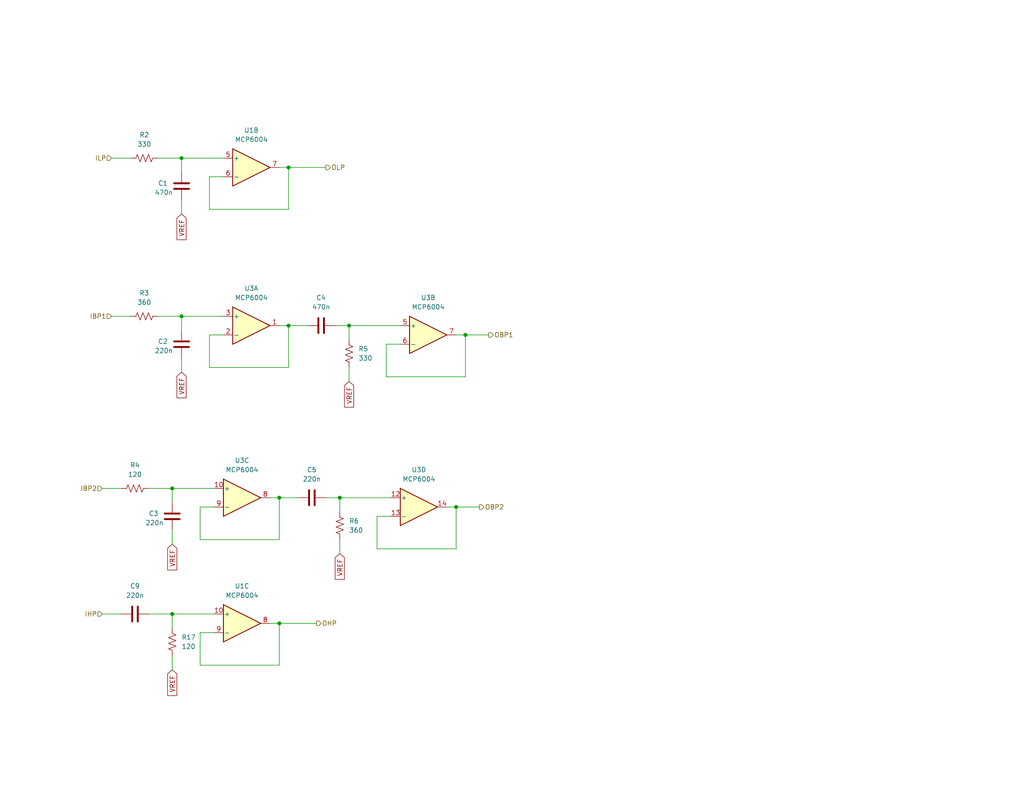
<source format=kicad_sch>
(kicad_sch (version 20250114) (generator "eeschema") (generator_version "9.0")
  (paper "USLetter")
  (title_block (title "EL223FP4L1") (date "2025-05-08") (rev "1") (company "Boles & Walker") (comment 1 "LP, BP1, BP2, HP Filters"))
  (lib_symbols
    (symbol "Amplifier_Operational:MCP6004" (pin_names (offset 0.127))
      (property "Reference" "U" (at 0 5.08 0))
      (property "Value" "MCP6004" (at 0 -5.08 0))
      (symbol "MCP6004_1_1"
        (polyline (pts (xy -5.08 5.08) (xy 5.08 0) (xy -5.08 -5.08) (xy -5.08 5.08)) (stroke (width 0.254)) (fill (type background)))
        (pin input line (at -7.62 2.54 0) (length 2.54) (name "+") (number "3"))
        (pin input line (at -7.62 -2.54 0) (length 2.54) (name "-") (number "2"))
        (pin output line (at 7.62 0 180) (length 2.54) (name "~") (number "1"))
      )
      (symbol "MCP6004_2_1"
        (polyline (pts (xy -5.08 5.08) (xy 5.08 0) (xy -5.08 -5.08) (xy -5.08 5.08)) (stroke (width 0.254)) (fill (type background)))
        (pin input line (at -7.62 2.54 0) (length 2.54) (name "+") (number "5"))
        (pin input line (at -7.62 -2.54 0) (length 2.54) (name "-") (number "6"))
        (pin output line (at 7.62 0 180) (length 2.54) (name "~") (number "7"))
      )
      (symbol "MCP6004_3_1"
        (polyline (pts (xy -5.08 5.08) (xy 5.08 0) (xy -5.08 -5.08) (xy -5.08 5.08)) (stroke (width 0.254)) (fill (type background)))
        (pin input line (at -7.62 2.54 0) (length 2.54) (name "+") (number "10"))
        (pin input line (at -7.62 -2.54 0) (length 2.54) (name "-") (number "9"))
        (pin output line (at 7.62 0 180) (length 2.54) (name "~") (number "8"))
      )
      (symbol "MCP6004_4_1"
        (polyline (pts (xy -5.08 5.08) (xy 5.08 0) (xy -5.08 -5.08) (xy -5.08 5.08)) (stroke (width 0.254)) (fill (type background)))
        (pin input line (at -7.62 2.54 0) (length 2.54) (name "+") (number "12"))
        (pin input line (at -7.62 -2.54 0) (length 2.54) (name "-") (number "13"))
        (pin output line (at 7.62 0 180) (length 2.54) (name "~") (number "14"))
      )
      (symbol "MCP6004_5_1"
        (pin power_in line (at -2.54 7.62 270) (length 3.81) (name "V+") (number "4"))
        (pin power_in line (at -2.54 -7.62 90) (length 3.81) (name "V-") (number "11"))
      )
    )
    (symbol "Device:C" (pin_numbers (hide yes)) (pin_names (offset 0.254))
      (property "Reference" "C" (at 0.635 2.54 0))
      (property "Value" "C" (at 0.635 -2.54 0))
      (symbol "C_0_1"
        (polyline (pts (xy -2.032 0.762) (xy 2.032 0.762)) (stroke (width 0.508)))
        (polyline (pts (xy -2.032 -0.762) (xy 2.032 -0.762)) (stroke (width 0.508)))
      )
      (symbol "C_1_1"
        (pin passive line (at 0 3.81 270) (length 2.794) (name "~") (number "1"))
        (pin passive line (at 0 -3.81 90) (length 2.794) (name "~") (number "2"))
      )
    )
    (symbol "Device:R_US" (pin_numbers (hide yes)) (pin_names (offset 0))
      (property "Reference" "R" (at 2.54 0 90))
      (property "Value" "R_US" (at -2.54 0 90))
      (symbol "R_US_0_1"
        (polyline (pts (xy 0 2.286) (xy 0 2.54)))
        (polyline (pts (xy 0 2.286) (xy 1.016 1.905) (xy 0 1.524) (xy -1.016 1.143) (xy 0 0.762)))
        (polyline (pts (xy 0 0.762) (xy 1.016 0.381) (xy 0 0) (xy -1.016 -0.381) (xy 0 -0.762)))
        (polyline (pts (xy 0 -0.762) (xy 1.016 -1.143) (xy 0 -1.524) (xy -1.016 -1.905) (xy 0 -2.286)))
        (polyline (pts (xy 0 -2.286) (xy 0 -2.54)))
      )
      (symbol "R_US_1_1"
        (pin passive line (at 0 3.81 270) (length 1.27) (name "~") (number "1"))
        (pin passive line (at 0 -3.81 90) (length 1.27) (name "~") (number "2"))
      )
    )
  )
  (junction (at 76.2 135.89))
  (junction (at 49.53 43.18))
  (junction (at 127 91.44))
  (junction (at 92.71 135.89))
  (junction (at 46.99 167.64))
  (junction (at 46.99 133.35))
  (junction (at 76.2 170.18))
  (junction (at 78.74 45.72))
  (junction (at 49.53 86.36))
  (junction (at 124.46 138.43))
  (junction (at 95.25 88.9))
  (junction (at 78.74 88.9))
  (wire (pts (xy 92.71 139.7) (xy 92.71 135.89)))
  (wire (pts (xy 88.9 135.89) (xy 92.71 135.89)))
  (wire (pts (xy 54.61 147.32) (xy 76.2 147.32)))
  (wire (pts (xy 78.74 100.33) (xy 78.74 88.9)))
  (wire (pts (xy 78.74 57.15) (xy 78.74 45.72)))
  (wire (pts (xy 92.71 147.32) (xy 92.71 151.13)))
  (wire (pts (xy 40.64 133.35) (xy 46.99 133.35)))
  (wire (pts (xy 43.18 86.36) (xy 49.53 86.36)))
  (wire (pts (xy 49.53 46.99) (xy 49.53 43.18)))
  (wire (pts (xy 54.61 172.72) (xy 54.61 181.61)))
  (wire (pts (xy 78.74 88.9) (xy 83.82 88.9)))
  (wire (pts (xy 49.53 90.17) (xy 49.53 86.36)))
  (wire (pts (xy 124.46 138.43) (xy 130.81 138.43)))
  (wire (pts (xy 57.15 57.15) (xy 78.74 57.15)))
  (wire (pts (xy 40.64 167.64) (xy 46.99 167.64)))
  (wire (pts (xy 30.48 43.18) (xy 35.56 43.18)))
  (wire (pts (xy 109.22 93.98) (xy 105.41 93.98)))
  (wire (pts (xy 76.2 135.89) (xy 73.66 135.89)))
  (wire (pts (xy 92.71 135.89) (xy 106.68 135.89)))
  (wire (pts (xy 46.99 137.16) (xy 46.99 133.35)))
  (wire (pts (xy 54.61 138.43) (xy 54.61 147.32)))
  (wire (pts (xy 76.2 147.32) (xy 76.2 135.89)))
  (wire (pts (xy 102.87 149.86) (xy 124.46 149.86)))
  (wire (pts (xy 127 91.44) (xy 133.35 91.44)))
  (wire (pts (xy 78.74 88.9) (xy 76.2 88.9)))
  (wire (pts (xy 49.53 97.79) (xy 49.53 101.6)))
  (wire (pts (xy 76.2 135.89) (xy 81.28 135.89)))
  (wire (pts (xy 124.46 138.43) (xy 121.92 138.43)))
  (wire (pts (xy 49.53 86.36) (xy 60.96 86.36)))
  (wire (pts (xy 105.41 102.87) (xy 127 102.87)))
  (wire (pts (xy 27.94 167.64) (xy 33.02 167.64)))
  (wire (pts (xy 57.15 48.26) (xy 57.15 57.15)))
  (wire (pts (xy 57.15 91.44) (xy 57.15 100.33)))
  (wire (pts (xy 78.74 45.72) (xy 76.2 45.72)))
  (wire (pts (xy 127 91.44) (xy 124.46 91.44)))
  (wire (pts (xy 95.25 88.9) (xy 109.22 88.9)))
  (wire (pts (xy 76.2 181.61) (xy 76.2 170.18)))
  (wire (pts (xy 46.99 144.78) (xy 46.99 148.59)))
  (wire (pts (xy 27.94 133.35) (xy 33.02 133.35)))
  (wire (pts (xy 57.15 100.33) (xy 78.74 100.33)))
  (wire (pts (xy 54.61 181.61) (xy 76.2 181.61)))
  (wire (pts (xy 78.74 45.72) (xy 88.9 45.72)))
  (wire (pts (xy 58.42 172.72) (xy 54.61 172.72)))
  (wire (pts (xy 49.53 43.18) (xy 60.96 43.18)))
  (wire (pts (xy 58.42 138.43) (xy 54.61 138.43)))
  (wire (pts (xy 46.99 167.64) (xy 58.42 167.64)))
  (wire (pts (xy 49.53 54.61) (xy 49.53 58.42)))
  (wire (pts (xy 105.41 93.98) (xy 105.41 102.87)))
  (wire (pts (xy 60.96 48.26) (xy 57.15 48.26)))
  (wire (pts (xy 30.48 86.36) (xy 35.56 86.36)))
  (wire (pts (xy 95.25 92.71) (xy 95.25 88.9)))
  (wire (pts (xy 60.96 91.44) (xy 57.15 91.44)))
  (wire (pts (xy 95.25 100.33) (xy 95.25 104.14)))
  (wire (pts (xy 102.87 140.97) (xy 102.87 149.86)))
  (wire (pts (xy 76.2 170.18) (xy 73.66 170.18)))
  (wire (pts (xy 106.68 140.97) (xy 102.87 140.97)))
  (wire (pts (xy 91.44 88.9) (xy 95.25 88.9)))
  (wire (pts (xy 46.99 171.45) (xy 46.99 167.64)))
  (wire (pts (xy 46.99 179.07) (xy 46.99 182.88)))
  (wire (pts (xy 43.18 43.18) (xy 49.53 43.18)))
  (wire (pts (xy 124.46 149.86) (xy 124.46 138.43)))
  (wire (pts (xy 76.2 170.18) (xy 86.36 170.18)))
  (wire (pts (xy 46.99 133.35) (xy 58.42 133.35)))
  (wire (pts (xy 127 102.87) (xy 127 91.44)))
  (global_label "VREF" (shape input) (at 49.53 58.42 270) (property "Intersheetrefs" "${INTERSHEET_REFS}" (effects (hide yes))))
  (global_label "VREF" (shape input) (at 92.71 151.13 270) (property "Intersheetrefs" "${INTERSHEET_REFS}" (effects (hide yes))))
  (global_label "VREF" (shape input) (at 95.25 104.14 270) (property "Intersheetrefs" "${INTERSHEET_REFS}" (effects (hide yes))))
  (global_label "VREF" (shape input) (at 46.99 148.59 270) (property "Intersheetrefs" "${INTERSHEET_REFS}" (effects (hide yes))))
  (global_label "VREF" (shape input) (at 49.53 101.6 270) (property "Intersheetrefs" "${INTERSHEET_REFS}" (effects (hide yes))))
  (global_label "VREF" (shape input) (at 46.99 182.88 270) (property "Intersheetrefs" "${INTERSHEET_REFS}" (effects (hide yes))))
  (hierarchical_label "OHP" (shape output) (at 86.36 170.18 0))
  (hierarchical_label "OLP" (shape output) (at 88.9 45.72 0))
  (hierarchical_label "IHP" (shape input) (at 27.94 167.64 180))
  (hierarchical_label "IBP2" (shape input) (at 27.94 133.35 180))
  (hierarchical_label "ILP" (shape input) (at 30.48 43.18 180))
  (hierarchical_label "OBP2" (shape output) (at 130.81 138.43 0))
  (hierarchical_label "OBP1" (shape output) (at 133.35 91.44 0))
  (hierarchical_label "IBP1" (shape input) (at 30.48 86.36 180))
  (symbol (lib_id "Device:R_US") (at 39.37 43.18 90) (unit 1)
    (property "Reference" "R2" (at 39.37 36.83 90))
    (property "Value" "330" (at 39.37 39.37 90))
    (property "Description" "Resistor, US symbol" (effects (hide yes)))
  )
  (symbol (lib_id "Device:C") (at 87.63 88.9 90) (unit 1)
    (property "Reference" "C4" (at 87.63 81.28 90))
    (property "Value" "470n" (at 87.63 83.82 90))
    (property "Description" "Unpolarized capacitor" (effects (hide yes)))
  )
  (symbol (lib_id "Device:R_US") (at 46.99 175.26 180) (unit 1)
    (property "Reference" "R17" (at 49.53 173.9899 0) (effects (justify right)))
    (property "Value" "120" (at 49.53 176.5299 0) (effects (justify right)))
    (property "Description" "Resistor, US symbol" (effects (hide yes)))
  )
  (symbol (lib_id "Amplifier_Operational:MCP6004") (at 116.84 91.44 0) (unit 2)
    (property "Reference" "U3" (at 116.84 81.28 0))
    (property "Value" "MCP6004" (at 116.84 83.82 0))
    (property "Datasheet" "http://ww1.microchip.com/downloads/en/DeviceDoc/21733j.pdf" (effects (hide yes)))
    (property "Description" "1MHz, Low-Power Op Amp, DIP-14/SOIC-14/TSSOP-14" (effects (hide yes)))
    (property "Sim.Library" "MCP6001.lib" (effects (hide yes)))
    (property "Sim.Name" "MCP6004" (effects (hide yes)))
    (property "Sim.Device" "SUBCKT" (effects (hide yes)))
    (property "Sim.Pins" "1=OUTA 2=A- 3=A+ 4=VDD 5=B+ 6=B- 7=OUTB 8=OUTC 9=C- 10=C+ 11=VSS 12=D+ 13=D- 14=OUTD" (effects (hide yes)))
  )
  (symbol (lib_id "Amplifier_Operational:MCP6004") (at 114.3 138.43 0) (unit 4)
    (property "Reference" "U3" (at 114.3 128.27 0))
    (property "Value" "MCP6004" (at 114.3 130.81 0))
    (property "Datasheet" "http://ww1.microchip.com/downloads/en/DeviceDoc/21733j.pdf" (effects (hide yes)))
    (property "Description" "1MHz, Low-Power Op Amp, DIP-14/SOIC-14/TSSOP-14" (effects (hide yes)))
    (property "Sim.Library" "MCP6001.lib" (effects (hide yes)))
    (property "Sim.Name" "MCP6004" (effects (hide yes)))
    (property "Sim.Device" "SUBCKT" (effects (hide yes)))
    (property "Sim.Pins" "1=OUTA 2=A- 3=A+ 4=VDD 5=B+ 6=B- 7=OUTB 8=OUTC 9=C- 10=C+ 11=VSS 12=D+ 13=D- 14=OUTD" (effects (hide yes)))
  )
  (symbol (lib_id "Device:C") (at 46.99 140.97 180) (unit 1)
    (property "Reference" "C3" (at 41.91 140.208 0))
    (property "Value" "220n" (at 42.164 142.748 0))
    (property "Description" "Unpolarized capacitor" (effects (hide yes)))
  )
  (symbol (lib_id "Amplifier_Operational:MCP6004") (at 66.04 170.18 0) (unit 3)
    (property "Reference" "U1" (at 66.04 160.02 0))
    (property "Value" "MCP6004" (at 66.04 162.56 0))
    (property "Datasheet" "http://ww1.microchip.com/downloads/en/DeviceDoc/21733j.pdf" (effects (hide yes)))
    (property "Description" "1MHz, Low-Power Op Amp, DIP-14/SOIC-14/TSSOP-14" (effects (hide yes)))
    (property "Sim.Library" "MCP6001.lib" (effects (hide yes)))
    (property "Sim.Name" "MCP6004" (effects (hide yes)))
    (property "Sim.Device" "SUBCKT" (effects (hide yes)))
    (property "Sim.Pins" "1=OUTA 2=A- 3=A+ 4=VDD 5=B+ 6=B- 7=OUTB 8=OUTC 9=C- 10=C+ 11=VSS 12=D+ 13=D- 14=OUTD" (effects (hide yes)))
  )
  (symbol (lib_id "Device:C") (at 49.53 50.8 180) (unit 1)
    (property "Reference" "C1" (at 44.45 50.038 0))
    (property "Value" "470n" (at 44.704 52.578 0))
    (property "Description" "Unpolarized capacitor" (effects (hide yes)))
  )
  (symbol (lib_id "Device:R_US") (at 95.25 96.52 180) (unit 1)
    (property "Reference" "R5" (at 97.79 95.2499 0) (effects (justify right)))
    (property "Value" "330" (at 97.79 97.7899 0) (effects (justify right)))
    (property "Description" "Resistor, US symbol" (effects (hide yes)))
  )
  (symbol (lib_id "Device:R_US") (at 39.37 86.36 90) (unit 1)
    (property "Reference" "R3" (at 39.37 80.01 90))
    (property "Value" "360" (at 39.37 82.55 90))
    (property "Description" "Resistor, US symbol" (effects (hide yes)))
  )
  (symbol (lib_id "Amplifier_Operational:MCP6004") (at 68.58 45.72 0) (unit 2)
    (property "Reference" "U1" (at 68.58 35.56 0))
    (property "Value" "MCP6004" (at 68.58 38.1 0))
    (property "Datasheet" "http://ww1.microchip.com/downloads/en/DeviceDoc/21733j.pdf" (effects (hide yes)))
    (property "Description" "1MHz, Low-Power Op Amp, DIP-14/SOIC-14/TSSOP-14" (effects (hide yes)))
    (property "Sim.Library" "MCP6001.lib" (effects (hide yes)))
    (property "Sim.Name" "MCP6004" (effects (hide yes)))
    (property "Sim.Device" "SUBCKT" (effects (hide yes)))
    (property "Sim.Pins" "1=OUTA 2=A- 3=A+ 4=VDD 5=B+ 6=B- 7=OUTB 8=OUTC 9=C- 10=C+ 11=VSS 12=D+ 13=D- 14=OUTD" (effects (hide yes)))
  )
  (symbol (lib_id "Amplifier_Operational:MCP6004") (at 68.58 88.9 0) (unit 1)
    (property "Reference" "U3" (at 68.58 78.74 0))
    (property "Value" "MCP6004" (at 68.58 81.28 0))
    (property "Datasheet" "http://ww1.microchip.com/downloads/en/DeviceDoc/21733j.pdf" (effects (hide yes)))
    (property "Description" "1MHz, Low-Power Op Amp, DIP-14/SOIC-14/TSSOP-14" (effects (hide yes)))
    (property "Sim.Library" "MCP6001.lib" (effects (hide yes)))
    (property "Sim.Name" "MCP6004" (effects (hide yes)))
    (property "Sim.Device" "SUBCKT" (effects (hide yes)))
    (property "Sim.Pins" "1=OUTA 2=A- 3=A+ 4=VDD 5=B+ 6=B- 7=OUTB 8=OUTC 9=C- 10=C+ 11=VSS 12=D+ 13=D- 14=OUTD" (effects (hide yes)))
  )
  (symbol (lib_id "Device:C") (at 49.53 93.98 180) (unit 1)
    (property "Reference" "C2" (at 44.45 93.218 0))
    (property "Value" "220n" (at 44.704 95.758 0))
    (property "Description" "Unpolarized capacitor" (effects (hide yes)))
  )
  (symbol (lib_id "Device:C") (at 36.83 167.64 90) (unit 1)
    (property "Reference" "C9" (at 36.83 160.02 90))
    (property "Value" "220n" (at 36.83 162.56 90))
    (property "Description" "Unpolarized capacitor" (effects (hide yes)))
  )
  (symbol (lib_id "Amplifier_Operational:MCP6004") (at 66.04 135.89 0) (unit 3)
    (property "Reference" "U3" (at 66.04 125.73 0))
    (property "Value" "MCP6004" (at 66.04 128.27 0))
    (property "Datasheet" "http://ww1.microchip.com/downloads/en/DeviceDoc/21733j.pdf" (effects (hide yes)))
    (property "Description" "1MHz, Low-Power Op Amp, DIP-14/SOIC-14/TSSOP-14" (effects (hide yes)))
    (property "Sim.Library" "MCP6001.lib" (effects (hide yes)))
    (property "Sim.Name" "MCP6004" (effects (hide yes)))
    (property "Sim.Device" "SUBCKT" (effects (hide yes)))
    (property "Sim.Pins" "1=OUTA 2=A- 3=A+ 4=VDD 5=B+ 6=B- 7=OUTB 8=OUTC 9=C- 10=C+ 11=VSS 12=D+ 13=D- 14=OUTD" (effects (hide yes)))
  )
  (symbol (lib_id "Device:C") (at 85.09 135.89 90) (unit 1)
    (property "Reference" "C5" (at 85.09 128.27 90))
    (property "Value" "220n" (at 85.09 130.81 90))
    (property "Description" "Unpolarized capacitor" (effects (hide yes)))
  )
  (symbol (lib_id "Device:R_US") (at 92.71 143.51 180) (unit 1)
    (property "Reference" "R6" (at 95.25 142.2399 0) (effects (justify right)))
    (property "Value" "360" (at 95.25 144.7799 0) (effects (justify right)))
    (property "Description" "Resistor, US symbol" (effects (hide yes)))
  )
  (symbol (lib_id "Device:R_US") (at 36.83 133.35 90) (unit 1)
    (property "Reference" "R4" (at 36.83 127 90))
    (property "Value" "120" (at 36.83 129.54 90))
    (property "Description" "Resistor, US symbol" (effects (hide yes)))
  )
)
</source>
